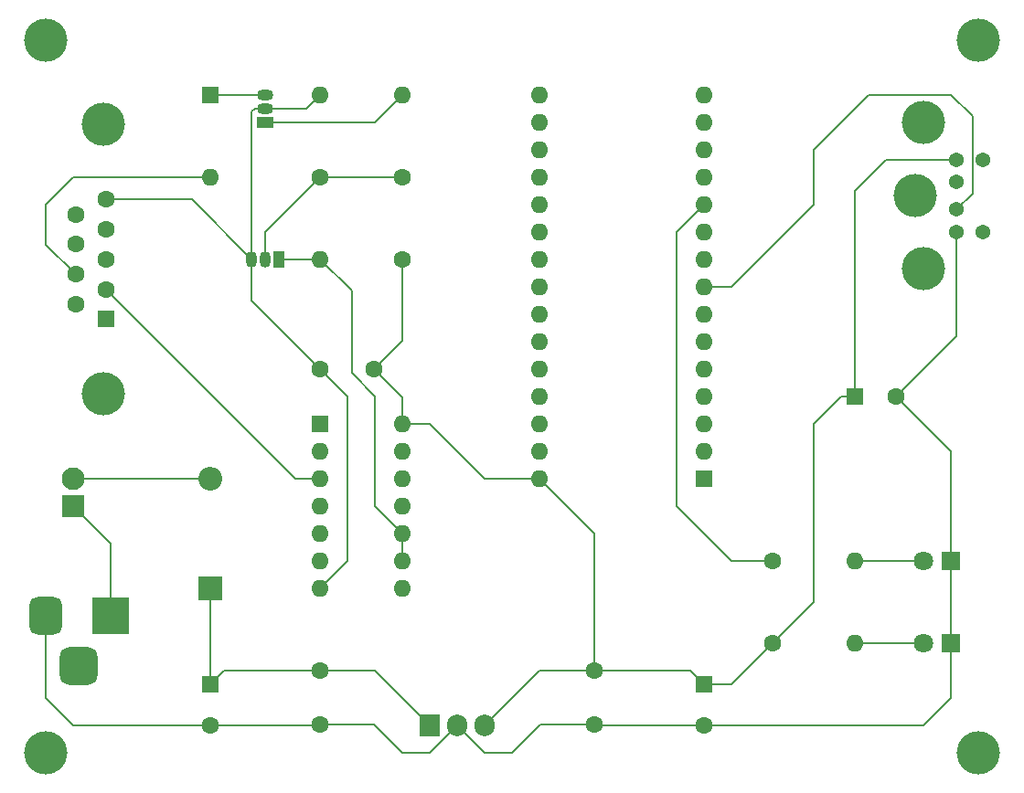
<source format=gbr>
%TF.GenerationSoftware,KiCad,Pcbnew,7.0.6*%
%TF.CreationDate,2023-08-10T21:44:00+02:00*%
%TF.ProjectId,ps2_mouse_to_serial_rev2,7073325f-6d6f-4757-9365-5f746f5f7365,rev?*%
%TF.SameCoordinates,Original*%
%TF.FileFunction,Copper,L1,Top*%
%TF.FilePolarity,Positive*%
%FSLAX46Y46*%
G04 Gerber Fmt 4.6, Leading zero omitted, Abs format (unit mm)*
G04 Created by KiCad (PCBNEW 7.0.6) date 2023-08-10 21:44:00*
%MOMM*%
%LPD*%
G01*
G04 APERTURE LIST*
G04 Aperture macros list*
%AMRoundRect*
0 Rectangle with rounded corners*
0 $1 Rounding radius*
0 $2 $3 $4 $5 $6 $7 $8 $9 X,Y pos of 4 corners*
0 Add a 4 corners polygon primitive as box body*
4,1,4,$2,$3,$4,$5,$6,$7,$8,$9,$2,$3,0*
0 Add four circle primitives for the rounded corners*
1,1,$1+$1,$2,$3*
1,1,$1+$1,$4,$5*
1,1,$1+$1,$6,$7*
1,1,$1+$1,$8,$9*
0 Add four rect primitives between the rounded corners*
20,1,$1+$1,$2,$3,$4,$5,0*
20,1,$1+$1,$4,$5,$6,$7,0*
20,1,$1+$1,$6,$7,$8,$9,0*
20,1,$1+$1,$8,$9,$2,$3,0*%
G04 Aperture macros list end*
%TA.AperFunction,ComponentPad*%
%ADD10R,3.500000X3.500000*%
%TD*%
%TA.AperFunction,ComponentPad*%
%ADD11RoundRect,0.750000X-0.750000X-1.000000X0.750000X-1.000000X0.750000X1.000000X-0.750000X1.000000X0*%
%TD*%
%TA.AperFunction,ComponentPad*%
%ADD12RoundRect,0.875000X-0.875000X-0.875000X0.875000X-0.875000X0.875000X0.875000X-0.875000X0.875000X0*%
%TD*%
%TA.AperFunction,ComponentPad*%
%ADD13R,1.600000X1.600000*%
%TD*%
%TA.AperFunction,ComponentPad*%
%ADD14C,1.600000*%
%TD*%
%TA.AperFunction,ComponentPad*%
%ADD15C,4.000500*%
%TD*%
%TA.AperFunction,ComponentPad*%
%ADD16R,2.200000X2.200000*%
%TD*%
%TA.AperFunction,ComponentPad*%
%ADD17O,2.200000X2.200000*%
%TD*%
%TA.AperFunction,ComponentPad*%
%ADD18R,1.800000X1.800000*%
%TD*%
%TA.AperFunction,ComponentPad*%
%ADD19C,1.800000*%
%TD*%
%TA.AperFunction,ComponentPad*%
%ADD20O,1.600000X1.600000*%
%TD*%
%TA.AperFunction,ComponentPad*%
%ADD21R,1.500000X1.050000*%
%TD*%
%TA.AperFunction,ComponentPad*%
%ADD22O,1.500000X1.050000*%
%TD*%
%TA.AperFunction,ComponentPad*%
%ADD23C,4.000000*%
%TD*%
%TA.AperFunction,ComponentPad*%
%ADD24R,1.050000X1.500000*%
%TD*%
%TA.AperFunction,ComponentPad*%
%ADD25O,1.050000X1.500000*%
%TD*%
%TA.AperFunction,ComponentPad*%
%ADD26R,1.905000X2.000000*%
%TD*%
%TA.AperFunction,ComponentPad*%
%ADD27O,1.905000X2.000000*%
%TD*%
%TA.AperFunction,ComponentPad*%
%ADD28C,1.371600*%
%TD*%
%TA.AperFunction,ComponentPad*%
%ADD29R,2.100000X2.100000*%
%TD*%
%TA.AperFunction,ComponentPad*%
%ADD30C,2.100000*%
%TD*%
%TA.AperFunction,Conductor*%
%ADD31C,0.200000*%
%TD*%
G04 APERTURE END LIST*
D10*
%TO.P,J1,1*%
%TO.N,Net-(SW1-A)*%
X33940000Y-81280000D03*
D11*
%TO.P,J1,2*%
%TO.N,Net-(D2-K)*%
X27940000Y-81280000D03*
D12*
%TO.P,J1,3*%
%TO.N,N/C*%
X30940000Y-85980000D03*
%TD*%
D13*
%TO.P,C4,1*%
%TO.N,Net-(A1-VIN)*%
X88900000Y-87640000D03*
D14*
%TO.P,C4,2*%
%TO.N,Net-(D2-K)*%
X88900000Y-91440000D03*
%TD*%
D15*
%TO.P,,GND*%
%TO.N,N/C*%
X27940000Y-27940000D03*
%TD*%
%TO.P,,GND*%
%TO.N,N/C*%
X114300000Y-93980000D03*
%TD*%
D16*
%TO.P,D1,1,K*%
%TO.N,Net-(D1-K)*%
X43180000Y-78740000D03*
D17*
%TO.P,D1,2,A*%
%TO.N,Net-(D1-A)*%
X43180000Y-68580000D03*
%TD*%
D18*
%TO.P,D2,1,K*%
%TO.N,Net-(D2-K)*%
X111760000Y-83820000D03*
D19*
%TO.P,D2,2,A*%
%TO.N,Net-(D2-A)*%
X109220000Y-83820000D03*
%TD*%
D13*
%TO.P,U1,1*%
%TO.N,Net-(A1-D1{slash}TX)*%
X53340000Y-63500000D03*
D20*
%TO.P,U1,2*%
X53340000Y-66040000D03*
%TO.P,U1,3*%
%TO.N,Net-(J2-Pad2)*%
X53340000Y-68580000D03*
%TO.P,U1,4*%
%TO.N,N/C*%
X53340000Y-71120000D03*
%TO.P,U1,5*%
X53340000Y-73660000D03*
%TO.P,U1,6*%
X53340000Y-76200000D03*
%TO.P,U1,7,GND*%
%TO.N,Net-(D2-K)*%
X53340000Y-78740000D03*
%TO.P,U1,8*%
%TO.N,Net-(A1-D7)*%
X60960000Y-78740000D03*
%TO.P,U1,9*%
%TO.N,Net-(Q1-C)*%
X60960000Y-76200000D03*
%TO.P,U1,10*%
X60960000Y-73660000D03*
%TO.P,U1,11*%
%TO.N,N/C*%
X60960000Y-71120000D03*
%TO.P,U1,12*%
X60960000Y-68580000D03*
%TO.P,U1,13*%
X60960000Y-66040000D03*
%TO.P,U1,14,VCC*%
%TO.N,Net-(A1-VIN)*%
X60960000Y-63500000D03*
%TD*%
D13*
%TO.P,D3,1,K*%
%TO.N,Net-(D3-K)*%
X43180000Y-33020000D03*
D20*
%TO.P,D3,2,A*%
%TO.N,Net-(D3-A)*%
X43180000Y-40640000D03*
%TD*%
D14*
%TO.P,R4,1*%
%TO.N,Net-(Q1-B)*%
X60960000Y-40640000D03*
D20*
%TO.P,R4,2*%
%TO.N,Net-(U3-VO)*%
X60960000Y-33020000D03*
%TD*%
D14*
%TO.P,C2,1*%
%TO.N,Net-(D1-K)*%
X53340000Y-86360000D03*
%TO.P,C2,2*%
%TO.N,Net-(D2-K)*%
X53340000Y-91360000D03*
%TD*%
%TO.P,R3,1*%
%TO.N,Net-(Q1-B)*%
X53340000Y-40640000D03*
D20*
%TO.P,R3,2*%
%TO.N,Net-(D2-K)*%
X53340000Y-33020000D03*
%TD*%
D18*
%TO.P,D4,1,K*%
%TO.N,Net-(D2-K)*%
X111760000Y-76200000D03*
D19*
%TO.P,D4,2,A*%
%TO.N,Net-(D4-A)*%
X109220000Y-76200000D03*
%TD*%
D21*
%TO.P,U3,1,VO*%
%TO.N,Net-(U3-VO)*%
X48260000Y-35560000D03*
D22*
%TO.P,U3,2,GND*%
%TO.N,Net-(D2-K)*%
X48260000Y-34290000D03*
%TO.P,U3,3,VI*%
%TO.N,Net-(D3-K)*%
X48260000Y-33020000D03*
%TD*%
D15*
%TO.P,,GND*%
%TO.N,N/C*%
X27940000Y-93980000D03*
%TD*%
D14*
%TO.P,R2,1*%
%TO.N,Net-(A1-VIN)*%
X60960000Y-48260000D03*
D20*
%TO.P,R2,2*%
%TO.N,Net-(Q1-C)*%
X53340000Y-48260000D03*
%TD*%
D14*
%TO.P,R5,1*%
%TO.N,Net-(A1-D8)*%
X95250000Y-76200000D03*
D20*
%TO.P,R5,2*%
%TO.N,Net-(D4-A)*%
X102870000Y-76200000D03*
%TD*%
D15*
%TO.P,,GND*%
%TO.N,N/C*%
X114300000Y-27940000D03*
%TD*%
D14*
%TO.P,C3,1*%
%TO.N,Net-(A1-VIN)*%
X78740000Y-86360000D03*
%TO.P,C3,2*%
%TO.N,Net-(D2-K)*%
X78740000Y-91360000D03*
%TD*%
D23*
%TO.P,J2,0,PAD*%
%TO.N,unconnected-(J2-PAD-Pad0)*%
X33220331Y-35770000D03*
X33220331Y-60770000D03*
D13*
%TO.P,J2,1,1*%
%TO.N,unconnected-(J2-Pad1)*%
X33520331Y-53810000D03*
D14*
%TO.P,J2,2,2*%
%TO.N,Net-(J2-Pad2)*%
X33520331Y-51040000D03*
%TO.P,J2,3,3*%
%TO.N,unconnected-(J2-Pad3)*%
X33520331Y-48270000D03*
%TO.P,J2,4,4*%
%TO.N,unconnected-(J2-Pad4)*%
X33520331Y-45500000D03*
%TO.P,J2,5,5*%
%TO.N,Net-(D2-K)*%
X33520331Y-42730000D03*
%TO.P,J2,6,6*%
%TO.N,unconnected-(J2-Pad6)*%
X30680331Y-52425000D03*
%TO.P,J2,7,7*%
%TO.N,Net-(D3-A)*%
X30680331Y-49655000D03*
%TO.P,J2,8,8*%
%TO.N,unconnected-(J2-Pad8)*%
X30680331Y-46885000D03*
%TO.P,J2,9,9*%
%TO.N,unconnected-(J2-Pad9)*%
X30680331Y-44115000D03*
%TD*%
D24*
%TO.P,Q1,1,C*%
%TO.N,Net-(Q1-C)*%
X49530000Y-48260000D03*
D25*
%TO.P,Q1,2,B*%
%TO.N,Net-(Q1-B)*%
X48260000Y-48260000D03*
%TO.P,Q1,3,E*%
%TO.N,Net-(D2-K)*%
X46990000Y-48260000D03*
%TD*%
D13*
%TO.P,A1,1,D1/TX*%
%TO.N,Net-(A1-D1{slash}TX)*%
X88900000Y-68580000D03*
D20*
%TO.P,A1,2,D0/RX*%
%TO.N,unconnected-(A1-D0{slash}RX-Pad2)*%
X88900000Y-66040000D03*
%TO.P,A1,3,~{RESET}*%
%TO.N,unconnected-(A1-~{RESET}-Pad3)*%
X88900000Y-63500000D03*
%TO.P,A1,4,GND*%
%TO.N,unconnected-(A1-GND-Pad4)*%
X88900000Y-60960000D03*
%TO.P,A1,5,D2*%
%TO.N,Net-(A1-D2)*%
X88900000Y-58420000D03*
%TO.P,A1,6,D3*%
%TO.N,unconnected-(A1-D3-Pad6)*%
X88900000Y-55880000D03*
%TO.P,A1,7,D4*%
%TO.N,unconnected-(A1-D4-Pad7)*%
X88900000Y-53340000D03*
%TO.P,A1,8,D5*%
%TO.N,Net-(A1-D5)*%
X88900000Y-50800000D03*
%TO.P,A1,9,D6*%
%TO.N,unconnected-(A1-D6-Pad9)*%
X88900000Y-48260000D03*
%TO.P,A1,10,D7*%
%TO.N,Net-(A1-D7)*%
X88900000Y-45720000D03*
%TO.P,A1,11,D8*%
%TO.N,Net-(A1-D8)*%
X88900000Y-43180000D03*
%TO.P,A1,12,D9*%
%TO.N,unconnected-(A1-D9-Pad12)*%
X88900000Y-40640000D03*
%TO.P,A1,13,D10*%
%TO.N,unconnected-(A1-D10-Pad13)*%
X88900000Y-38100000D03*
%TO.P,A1,14,D11*%
%TO.N,unconnected-(A1-D11-Pad14)*%
X88900000Y-35560000D03*
%TO.P,A1,15,D12*%
%TO.N,unconnected-(A1-D12-Pad15)*%
X88900000Y-33020000D03*
%TO.P,A1,16,D13*%
%TO.N,unconnected-(A1-D13-Pad16)*%
X73660000Y-33020000D03*
%TO.P,A1,17,3V3*%
%TO.N,unconnected-(A1-3V3-Pad17)*%
X73660000Y-35560000D03*
%TO.P,A1,18,AREF*%
%TO.N,unconnected-(A1-AREF-Pad18)*%
X73660000Y-38100000D03*
%TO.P,A1,19,A0*%
%TO.N,unconnected-(A1-A0-Pad19)*%
X73660000Y-40640000D03*
%TO.P,A1,20,A1*%
%TO.N,unconnected-(A1-A1-Pad20)*%
X73660000Y-43180000D03*
%TO.P,A1,21,A2*%
%TO.N,unconnected-(A1-A2-Pad21)*%
X73660000Y-45720000D03*
%TO.P,A1,22,A3*%
%TO.N,unconnected-(A1-A3-Pad22)*%
X73660000Y-48260000D03*
%TO.P,A1,23,A4*%
%TO.N,unconnected-(A1-A4-Pad23)*%
X73660000Y-50800000D03*
%TO.P,A1,24,A5*%
%TO.N,unconnected-(A1-A5-Pad24)*%
X73660000Y-53340000D03*
%TO.P,A1,25,A6*%
%TO.N,unconnected-(A1-A6-Pad25)*%
X73660000Y-55880000D03*
%TO.P,A1,26,A7*%
%TO.N,unconnected-(A1-A7-Pad26)*%
X73660000Y-58420000D03*
%TO.P,A1,27,+5V*%
%TO.N,unconnected-(A1-+5V-Pad27)*%
X73660000Y-60960000D03*
%TO.P,A1,28,~{RESET}*%
%TO.N,unconnected-(A1-~{RESET}-Pad28)*%
X73660000Y-63500000D03*
%TO.P,A1,29,GND*%
%TO.N,Net-(D2-K)*%
X73660000Y-66040000D03*
%TO.P,A1,30,VIN*%
%TO.N,Net-(A1-VIN)*%
X73660000Y-68580000D03*
%TD*%
D14*
%TO.P,R1,1*%
%TO.N,Net-(A1-VIN)*%
X95250000Y-83820000D03*
D20*
%TO.P,R1,2*%
%TO.N,Net-(D2-A)*%
X102870000Y-83820000D03*
%TD*%
D26*
%TO.P,U2,1,IN*%
%TO.N,Net-(D1-K)*%
X63500000Y-91440000D03*
D27*
%TO.P,U2,2,GND*%
%TO.N,Net-(D2-K)*%
X66040000Y-91440000D03*
%TO.P,U2,3,OUT*%
%TO.N,Net-(A1-VIN)*%
X68580000Y-91440000D03*
%TD*%
D28*
%TO.P,J3,1*%
%TO.N,Net-(A1-D5)*%
X112219740Y-43670220D03*
%TO.P,J3,2*%
%TO.N,unconnected-(J3-Pad2)*%
X112219740Y-41069260D03*
%TO.P,J3,3*%
%TO.N,Net-(D2-K)*%
X112219740Y-45720000D03*
%TO.P,J3,4*%
%TO.N,Net-(A1-VIN)*%
X112219740Y-39019480D03*
%TO.P,J3,5*%
%TO.N,Net-(A1-D2)*%
X114711480Y-45720000D03*
%TO.P,J3,6*%
%TO.N,unconnected-(J3-Pad6)*%
X114711480Y-39019480D03*
D15*
%TO.P,J3,GND*%
%TO.N,N/C*%
X109220000Y-49128680D03*
X108409740Y-42369740D03*
X109220000Y-35610800D03*
%TD*%
D13*
%TO.P,C1,1*%
%TO.N,Net-(D1-K)*%
X43180000Y-87640000D03*
D14*
%TO.P,C1,2*%
%TO.N,Net-(D2-K)*%
X43180000Y-91440000D03*
%TD*%
D13*
%TO.P,C6,1*%
%TO.N,Net-(A1-VIN)*%
X102880000Y-60960000D03*
D14*
%TO.P,C6,2*%
%TO.N,Net-(D2-K)*%
X106680000Y-60960000D03*
%TD*%
D29*
%TO.P,SW1,1,A*%
%TO.N,Net-(SW1-A)*%
X30480000Y-71120000D03*
D30*
%TO.P,SW1,2,B*%
%TO.N,Net-(D1-A)*%
X30480000Y-68580000D03*
%TD*%
D14*
%TO.P,C5,1*%
%TO.N,Net-(A1-VIN)*%
X58340000Y-58420000D03*
%TO.P,C5,2*%
%TO.N,Net-(D2-K)*%
X53340000Y-58420000D03*
%TD*%
D31*
%TO.N,Net-(SW1-A)*%
X33940000Y-81280000D02*
X33940000Y-74580000D01*
X33940000Y-74580000D02*
X30480000Y-71120000D01*
%TO.N,Net-(D1-A)*%
X30480000Y-68580000D02*
X43180000Y-68580000D01*
%TO.N,Net-(A1-VIN)*%
X78740000Y-86360000D02*
X73660000Y-86360000D01*
X87620000Y-86360000D02*
X88900000Y-87640000D01*
X112219740Y-39019480D02*
X105760520Y-39019480D01*
X105760520Y-39019480D02*
X102880000Y-41900000D01*
X78740000Y-86360000D02*
X87620000Y-86360000D01*
X78740000Y-73660000D02*
X73660000Y-68580000D01*
X60960000Y-61040000D02*
X58340000Y-58420000D01*
X60960000Y-63500000D02*
X63500000Y-63500000D01*
X68580000Y-68580000D02*
X73660000Y-68580000D01*
X101600000Y-60960000D02*
X99060000Y-63500000D01*
X73660000Y-86360000D02*
X68580000Y-91440000D01*
X99060000Y-80010000D02*
X95250000Y-83820000D01*
X60960000Y-55800000D02*
X58340000Y-58420000D01*
X78740000Y-86360000D02*
X78740000Y-73660000D01*
X91430000Y-87640000D02*
X95250000Y-83820000D01*
X60960000Y-63500000D02*
X60960000Y-61040000D01*
X99060000Y-63500000D02*
X99060000Y-80010000D01*
X63500000Y-63500000D02*
X68580000Y-68580000D01*
X88900000Y-87640000D02*
X91430000Y-87640000D01*
X102880000Y-41900000D02*
X102880000Y-60960000D01*
X102880000Y-60960000D02*
X101600000Y-60960000D01*
X60960000Y-48260000D02*
X60960000Y-55800000D01*
%TO.N,Net-(D2-A)*%
X102870000Y-83820000D02*
X109220000Y-83820000D01*
%TO.N,Net-(Q1-C)*%
X58420000Y-60960000D02*
X58420000Y-71120000D01*
X56280000Y-58820000D02*
X58420000Y-60960000D01*
X60960000Y-73660000D02*
X60960000Y-76200000D01*
X58420000Y-71120000D02*
X60960000Y-73660000D01*
X53340000Y-48260000D02*
X56280000Y-51200000D01*
X53340000Y-48260000D02*
X49530000Y-48260000D01*
X56280000Y-51200000D02*
X56280000Y-58820000D01*
%TO.N,Net-(Q1-B)*%
X60960000Y-40640000D02*
X53340000Y-40640000D01*
X53340000Y-40640000D02*
X48260000Y-45720000D01*
X48260000Y-45720000D02*
X48260000Y-48260000D01*
%TO.N,Net-(D2-K)*%
X27940000Y-88900000D02*
X30480000Y-91440000D01*
X60960000Y-93980000D02*
X63500000Y-93980000D01*
X53340000Y-58420000D02*
X55880000Y-60960000D01*
X88900000Y-91440000D02*
X78820000Y-91440000D01*
X46990000Y-34610000D02*
X47310000Y-34290000D01*
X73740000Y-91360000D02*
X71120000Y-93980000D01*
X46990000Y-48260000D02*
X46990000Y-52070000D01*
X111760000Y-66040000D02*
X106680000Y-60960000D01*
X88900000Y-91440000D02*
X109220000Y-91440000D01*
X78740000Y-91360000D02*
X73740000Y-91360000D01*
X41460000Y-42730000D02*
X46990000Y-48260000D01*
X111760000Y-76200000D02*
X111760000Y-83820000D01*
X109220000Y-91440000D02*
X111760000Y-88900000D01*
X112219740Y-55420260D02*
X106680000Y-60960000D01*
X52070000Y-34290000D02*
X48260000Y-34290000D01*
X55880000Y-76200000D02*
X53340000Y-78740000D01*
X78820000Y-91440000D02*
X78740000Y-91360000D01*
X53340000Y-33020000D02*
X52070000Y-34290000D01*
X58340000Y-91360000D02*
X60960000Y-93980000D01*
X68580000Y-93980000D02*
X66040000Y-91440000D01*
X43180000Y-91440000D02*
X53260000Y-91440000D01*
X55880000Y-60960000D02*
X55880000Y-76200000D01*
X47310000Y-34290000D02*
X48260000Y-34290000D01*
X111760000Y-76200000D02*
X111760000Y-66040000D01*
X63500000Y-93980000D02*
X66040000Y-91440000D01*
X46990000Y-48260000D02*
X46990000Y-34610000D01*
X71120000Y-93980000D02*
X68580000Y-93980000D01*
X53260000Y-91440000D02*
X53340000Y-91360000D01*
X30480000Y-91440000D02*
X43180000Y-91440000D01*
X112219740Y-45720000D02*
X112219740Y-55420260D01*
X111760000Y-88900000D02*
X111760000Y-83820000D01*
X33520331Y-42730000D02*
X41460000Y-42730000D01*
X27940000Y-81280000D02*
X27940000Y-88900000D01*
X46990000Y-52070000D02*
X53340000Y-58420000D01*
X53340000Y-91360000D02*
X58340000Y-91360000D01*
%TO.N,Net-(U3-VO)*%
X58420000Y-35560000D02*
X48260000Y-35560000D01*
X60960000Y-33020000D02*
X58420000Y-35560000D01*
%TO.N,Net-(A1-D8)*%
X86360000Y-45720000D02*
X88900000Y-43180000D01*
X95250000Y-76200000D02*
X91440000Y-76200000D01*
X86360000Y-71120000D02*
X86360000Y-45720000D01*
X91440000Y-76200000D02*
X86360000Y-71120000D01*
%TO.N,Net-(D4-A)*%
X102870000Y-76200000D02*
X109220000Y-76200000D01*
%TO.N,Net-(D3-K)*%
X43180000Y-33020000D02*
X48260000Y-33020000D01*
%TO.N,Net-(D1-K)*%
X53340000Y-86360000D02*
X58420000Y-86360000D01*
X43180000Y-78740000D02*
X43180000Y-87640000D01*
X58420000Y-86360000D02*
X63500000Y-91440000D01*
X44460000Y-86360000D02*
X43180000Y-87640000D01*
X53340000Y-86360000D02*
X44460000Y-86360000D01*
%TO.N,Net-(J2-Pad2)*%
X53340000Y-68580000D02*
X51060331Y-68580000D01*
X51060331Y-68580000D02*
X33520331Y-51040000D01*
%TO.N,Net-(A1-D5)*%
X99060000Y-38100000D02*
X99060000Y-43180000D01*
X104140000Y-33020000D02*
X99060000Y-38100000D01*
X113725680Y-42164280D02*
X113725680Y-34985680D01*
X112219740Y-43670220D02*
X113725680Y-42164280D01*
X111760000Y-33020000D02*
X104140000Y-33020000D01*
X99060000Y-43180000D02*
X91440000Y-50800000D01*
X91440000Y-50800000D02*
X88900000Y-50800000D01*
X113725680Y-34985680D02*
X111760000Y-33020000D01*
%TO.N,Net-(D3-A)*%
X27940000Y-43180000D02*
X27940000Y-46914669D01*
X43180000Y-40640000D02*
X30480000Y-40640000D01*
X30480000Y-40640000D02*
X27940000Y-43180000D01*
X27940000Y-46914669D02*
X30680331Y-49655000D01*
%TD*%
M02*

</source>
